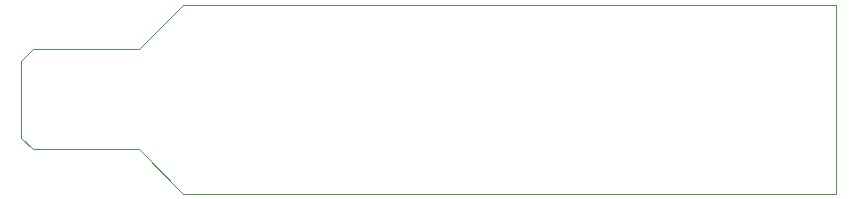
<source format=gbr>
%TF.GenerationSoftware,KiCad,Pcbnew,(6.0.10)*%
%TF.CreationDate,2023-06-04T21:30:06-04:00*%
%TF.ProjectId,diff-probe,64696666-2d70-4726-9f62-652e6b696361,A*%
%TF.SameCoordinates,PX1f78a40PY3750280*%
%TF.FileFunction,Profile,NP*%
%FSLAX46Y46*%
G04 Gerber Fmt 4.6, Leading zero omitted, Abs format (unit mm)*
G04 Created by KiCad (PCBNEW (6.0.10)) date 2023-06-04 21:30:06*
%MOMM*%
%LPD*%
G01*
G04 APERTURE LIST*
%TA.AperFunction,Profile*%
%ADD10C,0.100000*%
%TD*%
G04 APERTURE END LIST*
D10*
X69000000Y0D02*
X13750000Y0D01*
X10000000Y3750000D01*
X1000000Y3750000D01*
X0Y4750000D01*
X0Y11250000D01*
X1000000Y12250000D01*
X10000000Y12250000D01*
X13750000Y16000000D01*
X69000000Y16000000D01*
X69000000Y0D01*
M02*

</source>
